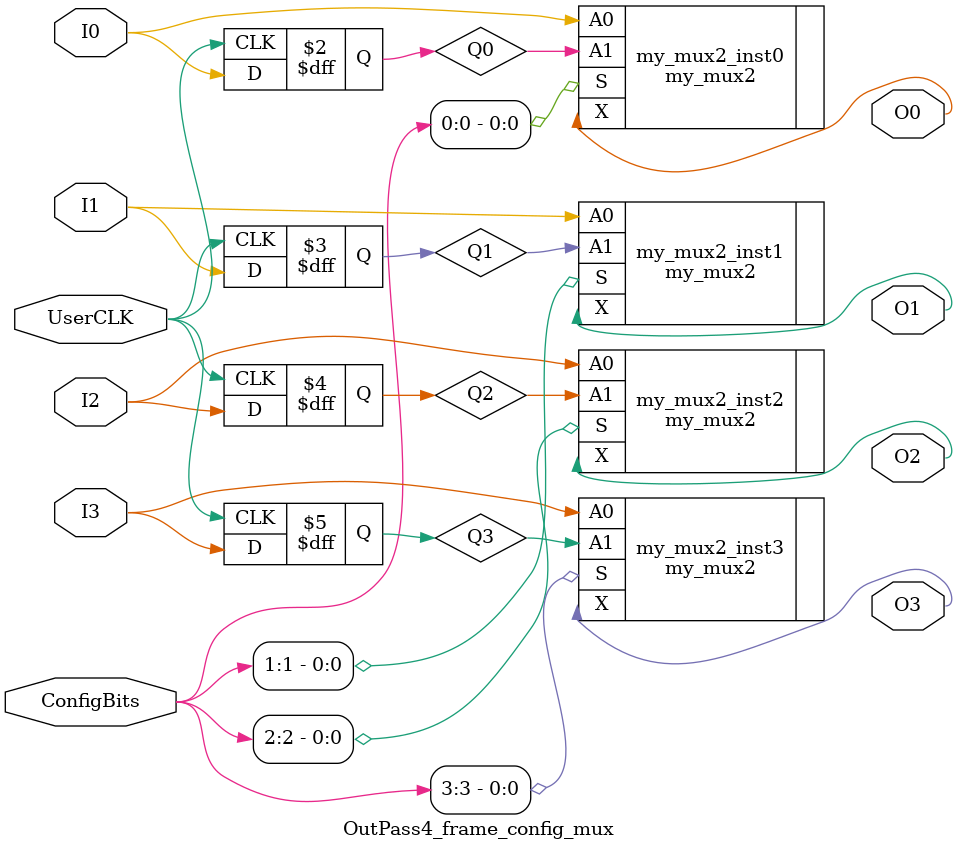
<source format=v>


(* FABulous, BelMap,
I0_reg=0,
I1_reg=1,
I2_reg=2,
I3_reg=3
*)
// InPassFlop2 and OutPassFlop2 are the same except for changing which side I0,I1 or O0,O1 gets connected to the top entity
module OutPass4_frame_config_mux (I0, I1, I2, I3, O0, O1, O2, O3, UserCLK, ConfigBits);
	parameter NoConfigBits = 4;// has to be adjusted manually (we don't use an arithmetic parser for the value)
	// Pin0
	input I0;
	input I1;
	input I2;
	input I3;
	(* FABulous, EXTERNAL *) output O0;// EXTERNAL
	(* FABulous, EXTERNAL *) output O1;// EXTERNAL
	(* FABulous, EXTERNAL *) output O2;// EXTERNAL
	(* FABulous, EXTERNAL *) output O3;// EXTERNAL
	// Tile IO ports from BELs
	(* FABulous, EXTERNAL, SHARED_PORT *) input UserCLK;// EXTERNAL // SHARED_PORT // ## the EXTERNAL keyword will send this signal all the way to top and the //SHARED Allows multiple BELs using the same port (e.g. for exporting a clock to the top)
	// GLOBAL all primitive pins that are connected to the switch matrix have to go before the GLOBAL label
	(* FABulous, GLOBAL *) input [NoConfigBits-1:0] ConfigBits;

//              ______   ______
//    I////+//->|FLOP|-Q-|1 M |
//         |             |  U |//////-> O
//         +////////////-|0 X |               

// I am instantiating an IOBUF primitive.
// However, it is possible to connect corresponding pins all the way to top, just by adding an "// EXTERNAL" comment (see PAD in the entity)

	reg Q0, Q1, Q2, Q3;   // FLOPs

	always @ (posedge UserCLK)
	begin
		Q0 <= I0;
		Q1 <= I1;
		Q2 <= I2;
		Q3 <= I3;
	end

	//assign O0 = ConfigBits[0] ? Q0 : I0;
	//assign O1 = ConfigBits[1] ? Q1 : I1;
	//assign O2 = ConfigBits[2] ? Q2 : I2;
	//assign O3 = ConfigBits[3] ? Q3 : I3;

    my_mux2 my_mux2_inst0(
    .A0(I0),
    .A1(Q0),
    .S(ConfigBits[0]),
    .X(O0)
    );

    my_mux2 my_mux2_inst1(
    .A0(I1),
    .A1(Q1),
    .S(ConfigBits[1]),
    .X(O1)
    );

    my_mux2 my_mux2_inst2(
    .A0(I2),
    .A1(Q2),
    .S(ConfigBits[2]),
    .X(O2)
    );

    my_mux2 my_mux2_inst3(
    .A0(I3),
    .A1(Q3),
    .S(ConfigBits[3]),
    .X(O3)
    );

endmodule

</source>
